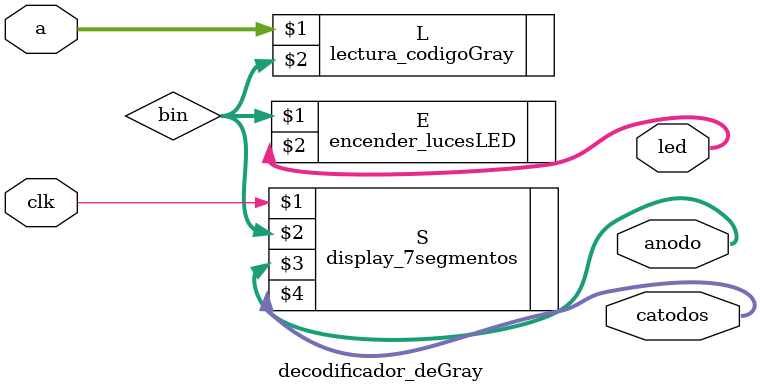
<source format=v>
`timescale 1ns / 1ps


module decodificador_deGray(
    input clk,
    input [3:0] a,
    output [3:0] led,
    output [7:0] anodo,
    output [6:0] catodos
    );
    
    wire [3:0] bin;
    
    lectura_codigoGray L (a, bin); // L por lectura
    encender_lucesLED E (bin, led); //E por encender
    display_7segmentos S (clk, bin, anodo, catodos); //S por segmentos
    
endmodule

</source>
